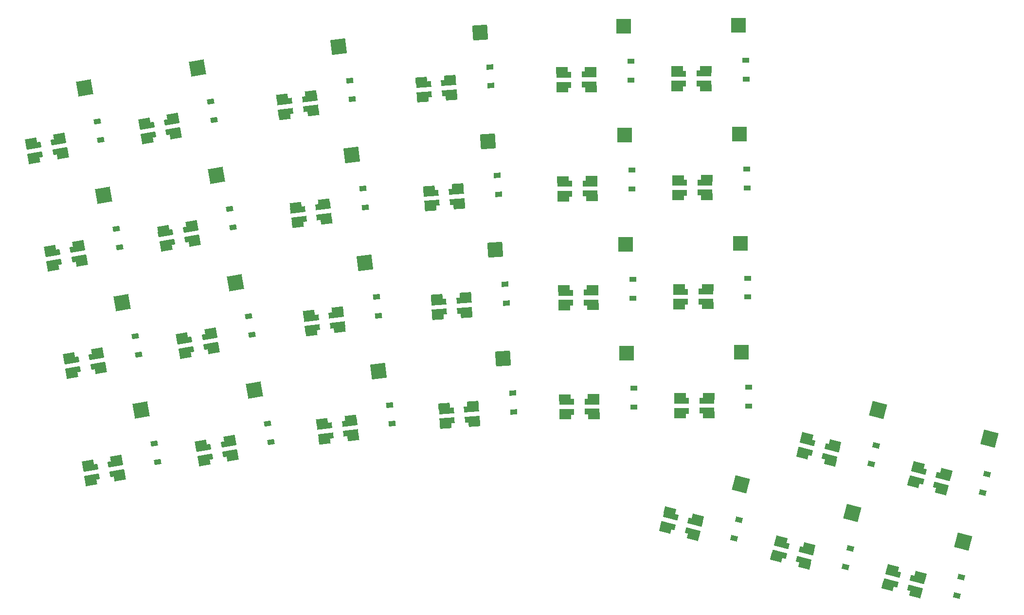
<source format=gbr>
%TF.GenerationSoftware,KiCad,Pcbnew,7.0.10-7.0.10~ubuntu22.04.1*%
%TF.CreationDate,2024-02-29T23:27:09-07:00*%
%TF.ProjectId,boardPcb,626f6172-6450-4636-922e-6b696361645f,v1.0.0*%
%TF.SameCoordinates,Original*%
%TF.FileFunction,Paste,Bot*%
%TF.FilePolarity,Positive*%
%FSLAX46Y46*%
G04 Gerber Fmt 4.6, Leading zero omitted, Abs format (unit mm)*
G04 Created by KiCad (PCBNEW 7.0.10-7.0.10~ubuntu22.04.1) date 2024-02-29 23:27:09*
%MOMM*%
%LPD*%
G01*
G04 APERTURE LIST*
G04 Aperture macros list*
%AMRotRect*
0 Rectangle, with rotation*
0 The origin of the aperture is its center*
0 $1 length*
0 $2 width*
0 $3 Rotation angle, in degrees counterclockwise*
0 Add horizontal line*
21,1,$1,$2,0,0,$3*%
G04 Aperture macros list end*
%ADD10RotRect,0.900000X1.200000X90.500000*%
%ADD11RotRect,0.900000X1.200000X100.000000*%
%ADD12RotRect,0.900000X1.200000X94.000000*%
%ADD13RotRect,2.600000X1.000000X0.500000*%
%ADD14RotRect,2.000000X1.200000X0.500000*%
%ADD15RotRect,0.900000X1.200000X75.500000*%
%ADD16RotRect,2.600000X2.600000X7.000000*%
%ADD17RotRect,2.600000X1.000000X10.000000*%
%ADD18RotRect,2.000000X1.200000X10.000000*%
%ADD19RotRect,2.600000X2.600000X0.500000*%
%ADD20RotRect,0.900000X1.200000X97.000000*%
%ADD21RotRect,2.600000X1.000000X7.000000*%
%ADD22RotRect,2.000000X1.200000X7.000000*%
%ADD23RotRect,2.600000X2.600000X10.000000*%
%ADD24RotRect,2.600000X1.000000X345.500000*%
%ADD25RotRect,2.000000X1.200000X345.500000*%
%ADD26RotRect,2.600000X2.600000X4.000000*%
%ADD27RotRect,2.600000X2.600000X345.500000*%
%ADD28RotRect,2.600000X1.000000X4.000000*%
%ADD29RotRect,2.000000X1.200000X4.000000*%
G04 APERTURE END LIST*
D10*
%TO.C,D17*%
X226282492Y-172954564D03*
X226253694Y-169654690D03*
%TD*%
D11*
%TO.C,D3*%
X136774917Y-145103737D03*
X136201879Y-141853871D03*
%TD*%
D12*
%TO.C,D15*%
X202720875Y-135899283D03*
X202490679Y-132607321D03*
%TD*%
D13*
%TO.C,LED17*%
X214573992Y-172031704D03*
X214589263Y-173781637D03*
X218989096Y-173743240D03*
X218973825Y-171993307D03*
D14*
X214267677Y-171309349D03*
X214295602Y-174509227D03*
X219295411Y-174465595D03*
X219267486Y-171265717D03*
%TD*%
D10*
%TO.C,D22*%
X246115926Y-153780756D03*
X246087128Y-150480882D03*
%TD*%
D15*
%TO.C,D28*%
X267584479Y-182860780D03*
X268410733Y-179665892D03*
%TD*%
D13*
%TO.C,LED24*%
X234075818Y-114859343D03*
X234091089Y-116609276D03*
X238490922Y-116570879D03*
X238475651Y-114820946D03*
D14*
X233769503Y-114136988D03*
X233797428Y-117336866D03*
X238797237Y-117293234D03*
X238769312Y-114093356D03*
%TD*%
D11*
%TO.C,D6*%
X159770388Y-160342121D03*
X159197350Y-157092255D03*
%TD*%
D16*
%TO.C,S12*%
X174843973Y-110120460D03*
%TD*%
D10*
%TO.C,D23*%
X245950122Y-134781480D03*
X245921324Y-131481606D03*
%TD*%
D17*
%TO.C,LED6*%
X148070148Y-161364376D03*
X148374032Y-163087790D03*
X152707186Y-162323738D03*
X152403302Y-160600324D03*
D18*
X147648811Y-160702485D03*
X148204485Y-163853870D03*
X153128523Y-162985629D03*
X152572849Y-159834244D03*
%TD*%
D10*
%TO.C,D21*%
X246281730Y-172780033D03*
X246252932Y-169480159D03*
%TD*%
D19*
%TO.C,S18*%
X224809704Y-144566336D03*
%TD*%
D15*
%TO.C,D29*%
X286947432Y-187868380D03*
X287773686Y-184673492D03*
%TD*%
D19*
%TO.C,S17*%
X224975508Y-163565612D03*
%TD*%
D20*
%TO.C,D12*%
X177205414Y-119301104D03*
X176803246Y-116025702D03*
%TD*%
D11*
%TO.C,D2*%
X140074233Y-163815084D03*
X139501195Y-160565218D03*
%TD*%
D21*
%TO.C,LED10*%
X170098744Y-157426370D03*
X170312015Y-159163325D03*
X174679218Y-158627100D03*
X174465947Y-156890145D03*
D22*
X169712625Y-156743335D03*
X170102607Y-159919482D03*
X175065337Y-159310135D03*
X174675355Y-156133988D03*
%TD*%
D23*
%TO.C,S4*%
X130636920Y-117347915D03*
%TD*%
D21*
%TO.C,LED11*%
X167783226Y-138567993D03*
X167996497Y-140304948D03*
X172363700Y-139768723D03*
X172150429Y-138031768D03*
D22*
X167397107Y-137884958D03*
X167787089Y-141061105D03*
X172749819Y-140451758D03*
X172359837Y-137275611D03*
%TD*%
D24*
%TO.C,LED28*%
X256513791Y-178938982D03*
X256075626Y-180633240D03*
X260335475Y-181734912D03*
X260773640Y-180040654D03*
D25*
X256404872Y-178161961D03*
X255603656Y-181260033D03*
X260444394Y-182511933D03*
X261245610Y-179413861D03*
%TD*%
D16*
%TO.C,S11*%
X177159491Y-128978837D03*
%TD*%
D13*
%TO.C,LED18*%
X214408188Y-153032427D03*
X214423459Y-154782360D03*
X218823292Y-154743963D03*
X218808021Y-152994030D03*
D14*
X214101873Y-152310072D03*
X214129798Y-155509950D03*
X219129607Y-155466318D03*
X219101682Y-152266440D03*
%TD*%
D10*
%TO.C,D19*%
X225950883Y-134956011D03*
X225922085Y-131656137D03*
%TD*%
D24*
%TO.C,LED26*%
X252022917Y-196896418D03*
X251584752Y-198590676D03*
X255844601Y-199692348D03*
X256282766Y-197998090D03*
D25*
X251913998Y-196119397D03*
X251112782Y-199217469D03*
X255953520Y-200469369D03*
X256754736Y-197371297D03*
%TD*%
D26*
%TO.C,S15*%
X200843149Y-126607632D03*
%TD*%
D15*
%TO.C,D25*%
X243730652Y-195810615D03*
X244556906Y-192615727D03*
%TD*%
D24*
%TO.C,LED25*%
X232659964Y-191888818D03*
X232221799Y-193583076D03*
X236481648Y-194684748D03*
X236919813Y-192990490D03*
D25*
X232551045Y-191111797D03*
X231749829Y-194209869D03*
X236590567Y-195461769D03*
X237391783Y-192363697D03*
%TD*%
D21*
%TO.C,LED12*%
X165467709Y-119709616D03*
X165680980Y-121446571D03*
X170048183Y-120910346D03*
X169834912Y-119173391D03*
D22*
X165081590Y-119026581D03*
X165471572Y-122202728D03*
X170434302Y-121593381D03*
X170044320Y-118417234D03*
%TD*%
D17*
%TO.C,LED2*%
X128373993Y-164837339D03*
X128677877Y-166560753D03*
X133011031Y-165796701D03*
X132707147Y-164073287D03*
D18*
X127952656Y-164175448D03*
X128508330Y-167326833D03*
X133432368Y-166458592D03*
X132876694Y-163307207D03*
%TD*%
D19*
%TO.C,S19*%
X224643900Y-125567059D03*
%TD*%
D13*
%TO.C,LED19*%
X214242384Y-134033151D03*
X214257655Y-135783084D03*
X218657488Y-135744687D03*
X218642217Y-133994754D03*
D14*
X213936069Y-133310796D03*
X213963994Y-136510674D03*
X218963803Y-136467042D03*
X218935878Y-133267164D03*
%TD*%
D19*
%TO.C,S23*%
X244643138Y-125392528D03*
%TD*%
D15*
%TO.C,D26*%
X263093605Y-200818215D03*
X263919859Y-197623327D03*
%TD*%
D19*
%TO.C,S24*%
X244477334Y-106393252D03*
%TD*%
D23*
%TO.C,S5*%
X160231021Y-170008994D03*
%TD*%
D17*
%TO.C,LED3*%
X125074678Y-146125992D03*
X125378562Y-147849406D03*
X129711716Y-147085354D03*
X129407832Y-145361940D03*
D18*
X124653341Y-145464101D03*
X125209015Y-148615486D03*
X130133053Y-147747245D03*
X129577379Y-144595860D03*
%TD*%
D27*
%TO.C,S29*%
X288115023Y-178461076D03*
%TD*%
%TO.C,S28*%
X268752070Y-173453476D03*
%TD*%
D23*
%TO.C,S2*%
X137235550Y-154770610D03*
%TD*%
D11*
%TO.C,D1*%
X143373548Y-182526431D03*
X142800510Y-179276565D03*
%TD*%
D23*
%TO.C,S1*%
X140534866Y-173481957D03*
%TD*%
D12*
%TO.C,D13*%
X205371621Y-173806717D03*
X205141425Y-170514755D03*
%TD*%
D13*
%TO.C,LED20*%
X214076580Y-115033874D03*
X214091851Y-116783807D03*
X218491684Y-116745410D03*
X218476413Y-114995477D03*
D14*
X213770265Y-114311519D03*
X213798190Y-117511397D03*
X218797999Y-117467765D03*
X218770074Y-114267887D03*
%TD*%
D27*
%TO.C,S27*%
X283624149Y-196418512D03*
%TD*%
D26*
%TO.C,S16*%
X199517776Y-107653915D03*
%TD*%
D23*
%TO.C,S8*%
X150333075Y-113874952D03*
%TD*%
D10*
%TO.C,D20*%
X225785079Y-115956734D03*
X225756281Y-112656860D03*
%TD*%
D17*
%TO.C,LED5*%
X151369464Y-180075723D03*
X151673348Y-181799137D03*
X156006502Y-181035085D03*
X155702618Y-179311671D03*
D18*
X150948127Y-179413832D03*
X151503801Y-182565217D03*
X156427839Y-181696976D03*
X155872165Y-178545591D03*
%TD*%
D12*
%TO.C,D14*%
X204046248Y-154853000D03*
X203816052Y-151561038D03*
%TD*%
D23*
%TO.C,S3*%
X133936235Y-136059263D03*
%TD*%
D27*
%TO.C,S26*%
X264261196Y-191410912D03*
%TD*%
D23*
%TO.C,S6*%
X156931705Y-151297646D03*
%TD*%
D26*
%TO.C,S13*%
X203493895Y-164515066D03*
%TD*%
D19*
%TO.C,S22*%
X244808943Y-144391805D03*
%TD*%
D17*
%TO.C,LED1*%
X131673309Y-183548687D03*
X131977193Y-185272101D03*
X136310347Y-184508049D03*
X136006463Y-182784635D03*
D18*
X131251972Y-182886796D03*
X131807646Y-186038181D03*
X136731684Y-185169940D03*
X136176010Y-182018555D03*
%TD*%
D11*
%TO.C,D8*%
X153171757Y-122919426D03*
X152598719Y-119669560D03*
%TD*%
D17*
%TO.C,LED8*%
X141471518Y-123941681D03*
X141775402Y-125665095D03*
X146108556Y-124901043D03*
X145804672Y-123177629D03*
D18*
X141050181Y-123279790D03*
X141605855Y-126431175D03*
X146529893Y-125562934D03*
X145974219Y-122411549D03*
%TD*%
D19*
%TO.C,S20*%
X224478096Y-106567783D03*
%TD*%
D28*
%TO.C,LED16*%
X189652502Y-116739213D03*
X189774576Y-118484950D03*
X194163858Y-118178021D03*
X194041784Y-116432284D03*
D29*
X189302660Y-116036906D03*
X189525880Y-119229111D03*
X194513700Y-118880328D03*
X194290480Y-115688123D03*
%TD*%
D24*
%TO.C,LED29*%
X275876744Y-183946582D03*
X275438579Y-185640840D03*
X279698428Y-186742512D03*
X280136593Y-185048254D03*
D25*
X275767825Y-183169561D03*
X274966609Y-186267633D03*
X279807347Y-187519533D03*
X280608563Y-184421461D03*
%TD*%
D28*
%TO.C,LED13*%
X193628621Y-173600364D03*
X193750695Y-175346101D03*
X198139977Y-175039172D03*
X198017903Y-173293435D03*
D29*
X193278779Y-172898057D03*
X193501999Y-176090262D03*
X198489819Y-175741479D03*
X198266599Y-172549274D03*
%TD*%
D11*
%TO.C,D7*%
X156471072Y-141630773D03*
X155898034Y-138380907D03*
%TD*%
D19*
%TO.C,S21*%
X244974747Y-163391081D03*
%TD*%
D24*
%TO.C,LED27*%
X271385870Y-201904018D03*
X270947705Y-203598276D03*
X275207554Y-204699948D03*
X275645719Y-203005690D03*
D25*
X271276951Y-201126997D03*
X270475735Y-204225069D03*
X275316473Y-205476969D03*
X276117689Y-202378897D03*
%TD*%
D17*
%TO.C,LED4*%
X121775363Y-127414645D03*
X122079247Y-129138059D03*
X126412401Y-128374007D03*
X126108517Y-126650593D03*
D18*
X121354026Y-126752754D03*
X121909700Y-129904139D03*
X126833738Y-129035898D03*
X126278064Y-125884513D03*
%TD*%
D28*
%TO.C,LED14*%
X192303248Y-154646647D03*
X192425322Y-156392384D03*
X196814604Y-156085455D03*
X196692530Y-154339718D03*
D29*
X191953406Y-153944340D03*
X192176626Y-157136545D03*
X197164446Y-156787762D03*
X196941226Y-153595557D03*
%TD*%
D13*
%TO.C,LED21*%
X234573231Y-171857173D03*
X234588502Y-173607106D03*
X238988335Y-173568709D03*
X238973064Y-171818776D03*
D14*
X234266916Y-171134818D03*
X234294841Y-174334696D03*
X239294650Y-174291064D03*
X239266725Y-171091186D03*
%TD*%
D15*
%TO.C,D27*%
X282456558Y-205825815D03*
X283282812Y-202630927D03*
%TD*%
D20*
%TO.C,D9*%
X184151967Y-175876235D03*
X183749799Y-172600833D03*
%TD*%
D23*
%TO.C,S7*%
X153632390Y-132586299D03*
%TD*%
D17*
%TO.C,LED7*%
X144770833Y-142653029D03*
X145074717Y-144376443D03*
X149407871Y-143612391D03*
X149103987Y-141888977D03*
D18*
X144349496Y-141991138D03*
X144905170Y-145142523D03*
X149829208Y-144274282D03*
X149273534Y-141122897D03*
%TD*%
D27*
%TO.C,S25*%
X244898243Y-186403312D03*
%TD*%
D28*
%TO.C,LED15*%
X190977875Y-135692930D03*
X191099949Y-137438667D03*
X195489231Y-137131738D03*
X195367157Y-135386001D03*
D29*
X190628033Y-134990623D03*
X190851253Y-138182828D03*
X195839073Y-137834045D03*
X195615853Y-134641840D03*
%TD*%
D26*
%TO.C,S14*%
X202168522Y-145561349D03*
%TD*%
D12*
%TO.C,D16*%
X201395502Y-116945566D03*
X201165306Y-113653604D03*
%TD*%
D10*
%TO.C,D18*%
X226116688Y-153955287D03*
X226087890Y-150655413D03*
%TD*%
%TO.C,D24*%
X245784318Y-115782203D03*
X245755520Y-112482329D03*
%TD*%
D11*
%TO.C,D4*%
X133475602Y-126392390D03*
X132902564Y-123142524D03*
%TD*%
D16*
%TO.C,S10*%
X179475008Y-147837214D03*
%TD*%
D11*
%TO.C,D5*%
X163069703Y-179053468D03*
X162496665Y-175803602D03*
%TD*%
D21*
%TO.C,LED9*%
X172414261Y-176284747D03*
X172627532Y-178021702D03*
X176994735Y-177485477D03*
X176781464Y-175748522D03*
D22*
X172028142Y-175601712D03*
X172418124Y-178777859D03*
X177380854Y-178168512D03*
X176990872Y-174992365D03*
%TD*%
D20*
%TO.C,D11*%
X179520932Y-138159481D03*
X179118764Y-134884079D03*
%TD*%
D16*
%TO.C,S9*%
X181790526Y-166695591D03*
%TD*%
D13*
%TO.C,LED22*%
X234407426Y-152857896D03*
X234422697Y-154607829D03*
X238822530Y-154569432D03*
X238807259Y-152819499D03*
D14*
X234101111Y-152135541D03*
X234129036Y-155335419D03*
X239128845Y-155291787D03*
X239100920Y-152091909D03*
%TD*%
D20*
%TO.C,D10*%
X181836449Y-157017858D03*
X181434281Y-153742456D03*
%TD*%
D13*
%TO.C,LED23*%
X234241622Y-133858620D03*
X234256893Y-135608553D03*
X238656726Y-135570156D03*
X238641455Y-133820223D03*
D14*
X233935307Y-133136265D03*
X233963232Y-136336143D03*
X238963041Y-136292511D03*
X238935116Y-133092633D03*
%TD*%
M02*

</source>
